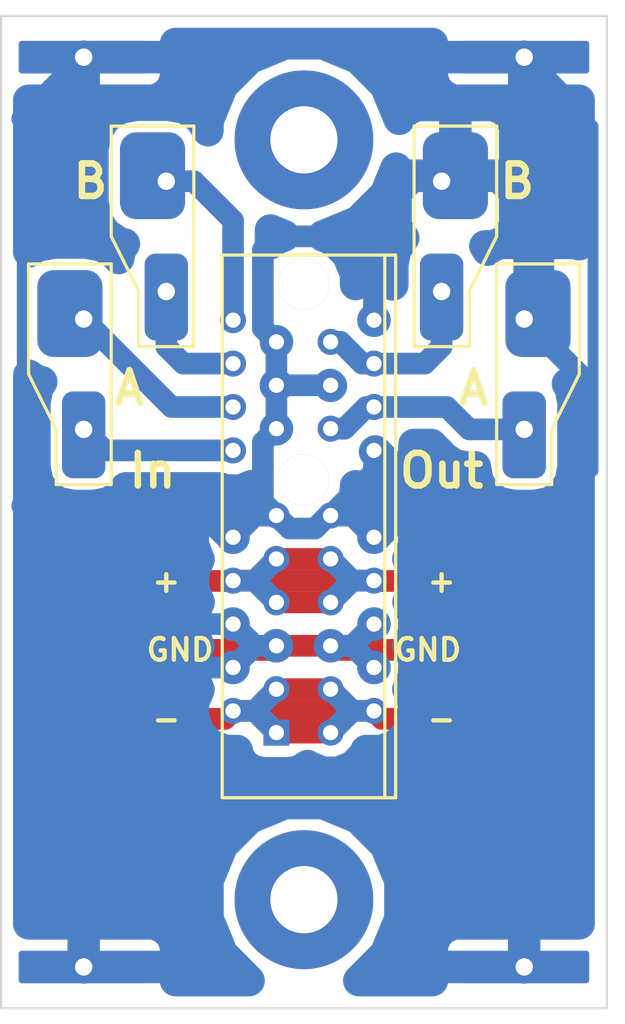
<source format=kicad_pcb>
(kicad_pcb (version 20171130) (host pcbnew 5.0.2-bee76a0~70~ubuntu16.04.1)

  (general
    (thickness 1.6)
    (drawings 16)
    (tracks 152)
    (zones 0)
    (modules 17)
    (nets 10)
  )

  (page A4)
  (layers
    (0 F.Cu signal)
    (31 B.Cu signal)
    (32 B.Adhes user)
    (33 F.Adhes user)
    (34 B.Paste user)
    (35 F.Paste user)
    (36 B.SilkS user)
    (37 F.SilkS user)
    (38 B.Mask user)
    (39 F.Mask user)
    (40 Dwgs.User user)
    (41 Cmts.User user)
    (42 Eco1.User user)
    (43 Eco2.User user)
    (44 Edge.Cuts user)
    (45 Margin user)
    (46 B.CrtYd user)
    (47 F.CrtYd user)
    (48 B.Fab user)
    (49 F.Fab user)
  )

  (setup
    (last_trace_width 1)
    (trace_clearance 0.2)
    (zone_clearance 0.5)
    (zone_45_only no)
    (trace_min 0.2)
    (segment_width 0.2)
    (edge_width 0.1)
    (via_size 0.8)
    (via_drill 0.4)
    (via_min_size 0.4)
    (via_min_drill 0.3)
    (uvia_size 0.3)
    (uvia_drill 0.1)
    (uvias_allowed no)
    (uvia_min_size 0.2)
    (uvia_min_drill 0.1)
    (pcb_text_width 0.3)
    (pcb_text_size 1.5 1.5)
    (mod_edge_width 0.15)
    (mod_text_size 1 1)
    (mod_text_width 0.15)
    (pad_size 6.4 6.4)
    (pad_drill 3.1)
    (pad_to_mask_clearance 0)
    (solder_mask_min_width 0.25)
    (aux_axis_origin 0 0)
    (visible_elements FFFFFF7F)
    (pcbplotparams
      (layerselection 0x010fc_ffffffff)
      (usegerberextensions false)
      (usegerberattributes false)
      (usegerberadvancedattributes false)
      (creategerberjobfile false)
      (excludeedgelayer true)
      (linewidth 0.100000)
      (plotframeref false)
      (viasonmask false)
      (mode 1)
      (useauxorigin false)
      (hpglpennumber 1)
      (hpglpenspeed 20)
      (hpglpendiameter 15.000000)
      (psnegative false)
      (psa4output false)
      (plotreference true)
      (plotvalue true)
      (plotinvisibletext false)
      (padsonsilk false)
      (subtractmaskfromsilk false)
      (outputformat 1)
      (mirror false)
      (drillshape 1)
      (scaleselection 1)
      (outputdirectory ""))
  )

  (net 0 "")
  (net 1 GNDA)
  (net 2 inA-)
  (net 3 inA+)
  (net 4 inB+)
  (net 5 inB-)
  (net 6 outB)
  (net 7 outA)
  (net 8 +15V)
  (net 9 -15V)

  (net_class Default "This is the default net class."
    (clearance 0.2)
    (trace_width 1)
    (via_dia 0.8)
    (via_drill 0.4)
    (uvia_dia 0.3)
    (uvia_drill 0.1)
    (add_net +15V)
    (add_net -15V)
    (add_net GNDA)
    (add_net inA+)
    (add_net inA-)
    (add_net inB+)
    (add_net inB-)
    (add_net outA)
    (add_net outB)
  )

  (module footprints:PCIexpress_1x_connector (layer F.Cu) (tedit 5CD00FC7) (tstamp 5CB1E174)
    (at 38.1 45.72 90)
    (path /5CB5100B)
    (fp_text reference J1 (at -2 2.54 90) (layer F.SilkS) hide
      (effects (font (size 1 1) (thickness 0.15)))
    )
    (fp_text value Conn_02x18_Row_Letter_Last (at 5.08 -3.81 90) (layer F.Fab)
      (effects (font (size 1 1) (thickness 0.15)))
    )
    (fp_line (start -3 5.5) (end -3 5) (layer F.SilkS) (width 0.15))
    (fp_line (start 22 5.5) (end -3 5.5) (layer F.SilkS) (width 0.15))
    (fp_line (start 22 5) (end 22 5.5) (layer F.SilkS) (width 0.15))
    (fp_line (start -3 5) (end -3 -2.5) (layer F.SilkS) (width 0.15))
    (fp_line (start 22 5) (end -3 5) (layer F.SilkS) (width 0.15))
    (fp_line (start 22 -2.5) (end 22 5) (layer F.SilkS) (width 0.15))
    (fp_line (start -3 -2.5) (end 22 -2.5) (layer F.SilkS) (width 0.15))
    (pad "" thru_hole circle (at 20.65 1.25 90) (size 2.35 2.35) (drill 2.35) (layers *.Cu *.Mask))
    (pad "" thru_hole circle (at 11.65 1.25 90) (size 2.35 2.35) (drill 2.35) (layers *.Cu *.Mask))
    (pad 18b thru_hole circle (at 19 4.5 90) (size 1.2 1.2) (drill 0.7) (layers *.Cu *.Mask)
      (net 1 GNDA))
    (pad 17b thru_hole circle (at 18 2.5 90) (size 1.2 1.2) (drill 0.7) (layers *.Cu *.Mask)
      (net 6 outB))
    (pad 16b thru_hole circle (at 17 4.5 90) (size 1.2 1.2) (drill 0.7) (layers *.Cu *.Mask)
      (net 6 outB))
    (pad 15b thru_hole circle (at 16 2.5 90) (size 1.2 1.2) (drill 0.7) (layers *.Cu *.Mask)
      (net 1 GNDA))
    (pad 14b thru_hole circle (at 15 4.5 90) (size 1.2 1.2) (drill 0.7) (layers *.Cu *.Mask)
      (net 7 outA))
    (pad 13b thru_hole circle (at 14 2.5 90) (size 1.2 1.2) (drill 0.7) (layers *.Cu *.Mask)
      (net 7 outA))
    (pad 12b thru_hole circle (at 13 4.5 90) (size 1.2 1.2) (drill 0.7) (layers *.Cu *.Mask)
      (net 1 GNDA))
    (pad 11b thru_hole circle (at 10 2.5 90) (size 1.2 1.2) (drill 0.7) (layers *.Cu *.Mask)
      (net 1 GNDA))
    (pad 10b thru_hole circle (at 9 4.5 90) (size 1.2 1.2) (drill 0.7) (layers *.Cu *.Mask)
      (net 1 GNDA))
    (pad 9b thru_hole circle (at 8 2.5 90) (size 1.2 1.2) (drill 0.7) (layers *.Cu *.Mask)
      (net 8 +15V))
    (pad 8b thru_hole circle (at 7 4.5 90) (size 1.2 1.2) (drill 0.7) (layers *.Cu *.Mask)
      (net 8 +15V))
    (pad 7b thru_hole circle (at 6 2.5 90) (size 1.2 1.2) (drill 0.7) (layers *.Cu *.Mask)
      (net 8 +15V))
    (pad 6b thru_hole circle (at 5 4.5 90) (size 1.2 1.2) (drill 0.7) (layers *.Cu *.Mask)
      (net 1 GNDA))
    (pad 5b thru_hole circle (at 4 2.5 90) (size 1.2 1.2) (drill 0.7) (layers *.Cu *.Mask)
      (net 1 GNDA))
    (pad 4b thru_hole circle (at 3 4.5 90) (size 1.2 1.2) (drill 0.7) (layers *.Cu *.Mask)
      (net 1 GNDA))
    (pad 3b thru_hole circle (at 2 2.5 90) (size 1.2 1.2) (drill 0.7) (layers *.Cu *.Mask)
      (net 9 -15V))
    (pad 2b thru_hole circle (at 1 4.5 90) (size 1.2 1.2) (drill 0.7) (layers *.Cu *.Mask)
      (net 9 -15V))
    (pad 1b thru_hole circle (at 0 2.5 90) (size 1.2 1.2) (drill 0.7) (layers *.Cu *.Mask)
      (net 9 -15V))
    (pad 18a thru_hole circle (at 19 -2 90) (size 1.2 1.2) (drill 0.7) (layers *.Cu *.Mask)
      (net 4 inB+))
    (pad 17a thru_hole circle (at 18 0 90) (size 1.2 1.2) (drill 0.7) (layers *.Cu *.Mask)
      (net 1 GNDA))
    (pad 16a thru_hole circle (at 17 -2 90) (size 1.2 1.2) (drill 0.7) (layers *.Cu *.Mask)
      (net 5 inB-))
    (pad 15a thru_hole circle (at 16 0 90) (size 1.2 1.2) (drill 0.7) (layers *.Cu *.Mask)
      (net 1 GNDA))
    (pad 14a thru_hole circle (at 15 -2 90) (size 1.2 1.2) (drill 0.7) (layers *.Cu *.Mask)
      (net 3 inA+))
    (pad 13a thru_hole circle (at 14 0 90) (size 1.2 1.2) (drill 0.7) (layers *.Cu *.Mask)
      (net 1 GNDA))
    (pad 12a thru_hole circle (at 13 -2 90) (size 1.2 1.2) (drill 0.7) (layers *.Cu *.Mask)
      (net 2 inA-))
    (pad 11a thru_hole circle (at 10 0 90) (size 1.2 1.2) (drill 0.7) (layers *.Cu *.Mask)
      (net 1 GNDA))
    (pad 10a thru_hole circle (at 9 -2 90) (size 1.2 1.2) (drill 0.7) (layers *.Cu *.Mask)
      (net 1 GNDA))
    (pad 9a thru_hole circle (at 8 0 90) (size 1.2 1.2) (drill 0.7) (layers *.Cu *.Mask)
      (net 8 +15V))
    (pad 8a thru_hole circle (at 7 -2 90) (size 1.2 1.2) (drill 0.7) (layers *.Cu *.Mask)
      (net 8 +15V))
    (pad 7a thru_hole circle (at 6 0 90) (size 1.2 1.2) (drill 0.7) (layers *.Cu *.Mask)
      (net 8 +15V))
    (pad 6a thru_hole circle (at 5 -2 90) (size 1.2 1.2) (drill 0.7) (layers *.Cu *.Mask)
      (net 1 GNDA))
    (pad 5a thru_hole circle (at 4 0 90) (size 1.2 1.2) (drill 0.7) (layers *.Cu *.Mask)
      (net 1 GNDA))
    (pad 4a thru_hole circle (at 3 -2 90) (size 1.2 1.2) (drill 0.7) (layers *.Cu *.Mask)
      (net 1 GNDA))
    (pad 3a thru_hole circle (at 2 0 90) (size 1.2 1.2) (drill 0.7) (layers *.Cu *.Mask)
      (net 9 -15V))
    (pad 2a thru_hole circle (at 1 -2 90) (size 1.2 1.2) (drill 0.7) (layers *.Cu *.Mask)
      (net 9 -15V))
    (pad 1a thru_hole rect (at 0 0 90) (size 1.2 1.2) (drill 0.7) (layers *.Cu *.Mask)
      (net 9 -15V))
  )

  (module footprints:coax_solder_pad (layer F.Cu) (tedit 5CB36FFB) (tstamp 5CB1E198)
    (at 49.53 26.67 270)
    (path /5CB301F1)
    (fp_text reference outA1 (at 5.715 -2.54 270) (layer F.SilkS) hide
      (effects (font (size 1 1) (thickness 0.15)))
    )
    (fp_text value Conn_01x02 (at 3.81 -3.81 270) (layer F.Fab)
      (effects (font (size 1 1) (thickness 0.15)))
    )
    (fp_line (start -2.54 1.27) (end -2.54 -2.54) (layer F.SilkS) (width 0.15))
    (fp_line (start 7.62 1.27) (end -2.54 1.27) (layer F.SilkS) (width 0.15))
    (fp_line (start 7.62 -1.27) (end 7.62 1.27) (layer F.SilkS) (width 0.15))
    (fp_line (start 5.08 -1.27) (end 7.62 -1.27) (layer F.SilkS) (width 0.15))
    (fp_line (start 2.54 -2.54) (end 5.08 -1.27) (layer F.SilkS) (width 0.15))
    (fp_line (start -2.54 -2.54) (end 2.54 -2.54) (layer F.SilkS) (width 0.15))
    (pad 2 thru_hole roundrect (at 5.08 0 270) (size 4 2) (drill 0.8 (offset 0.254 0)) (layers *.Cu *.Mask) (roundrect_rratio 0.25)
      (net 7 outA))
    (pad 1 thru_hole roundrect (at 0 0 270) (size 4 3) (drill 0.8 (offset -0.254 -0.635)) (layers *.Cu *.Mask) (roundrect_rratio 0.25)
      (net 1 GNDA))
  )

  (module footprints:coax_solder_pad (layer F.Cu) (tedit 5CB36FFF) (tstamp 5CB1E1B0)
    (at 45.72 20.32 270)
    (path /5CB3167B)
    (fp_text reference outB1 (at 1.27 1.905 270) (layer F.SilkS) hide
      (effects (font (size 1 1) (thickness 0.15)))
    )
    (fp_text value Conn_01x02 (at 3.81 -3.81 270) (layer F.Fab)
      (effects (font (size 1 1) (thickness 0.15)))
    )
    (fp_line (start -2.54 -2.54) (end 2.54 -2.54) (layer F.SilkS) (width 0.15))
    (fp_line (start 2.54 -2.54) (end 5.08 -1.27) (layer F.SilkS) (width 0.15))
    (fp_line (start 5.08 -1.27) (end 7.62 -1.27) (layer F.SilkS) (width 0.15))
    (fp_line (start 7.62 -1.27) (end 7.62 1.27) (layer F.SilkS) (width 0.15))
    (fp_line (start 7.62 1.27) (end -2.54 1.27) (layer F.SilkS) (width 0.15))
    (fp_line (start -2.54 1.27) (end -2.54 -2.54) (layer F.SilkS) (width 0.15))
    (pad 1 thru_hole roundrect (at 0 0 270) (size 4 3) (drill 0.8 (offset -0.254 -0.635)) (layers *.Cu *.Mask) (roundrect_rratio 0.25)
      (net 1 GNDA))
    (pad 2 thru_hole roundrect (at 5.08 0 270) (size 4 2) (drill 0.8 (offset 0.254 0)) (layers *.Cu *.Mask) (roundrect_rratio 0.25)
      (net 6 outB))
  )

  (module MountingHole:MountingHole_3.2mm_M3_Pad (layer F.Cu) (tedit 5CE3BF4A) (tstamp 5CBFFFEE)
    (at 39.37 18.415)
    (descr "Mounting Hole 3.2mm, M3")
    (tags "mounting hole 3.2mm m3")
    (attr virtual)
    (fp_text reference REF** (at 0 -4.2) (layer F.SilkS) hide
      (effects (font (size 1 1) (thickness 0.15)))
    )
    (fp_text value MountingHole_3.2mm_M3_Pad (at 0 4.2) (layer F.Fab)
      (effects (font (size 1 1) (thickness 0.15)))
    )
    (fp_circle (center 0 0) (end 3.45 0) (layer F.CrtYd) (width 0.05))
    (fp_circle (center 0 0) (end 3.2 0) (layer Cmts.User) (width 0.15))
    (fp_text user %R (at 0.3 0) (layer F.Fab)
      (effects (font (size 1 1) (thickness 0.15)))
    )
    (pad 1 thru_hole circle (at 0 0) (size 6.4 6.4) (drill 3.1) (layers *.Cu *.Mask))
  )

  (module MountingHole:MountingHole_3.2mm_M3_Pad (layer F.Cu) (tedit 5CE3BF4F) (tstamp 5CBFFFFE)
    (at 39.37 53.34)
    (descr "Mounting Hole 3.2mm, M3")
    (tags "mounting hole 3.2mm m3")
    (attr virtual)
    (fp_text reference REF** (at 0 -4.2) (layer F.SilkS) hide
      (effects (font (size 1 1) (thickness 0.15)))
    )
    (fp_text value MountingHole_3.2mm_M3_Pad (at 0 4.2) (layer F.Fab)
      (effects (font (size 1 1) (thickness 0.15)))
    )
    (fp_circle (center 0 0) (end 3.45 0) (layer F.CrtYd) (width 0.05))
    (fp_circle (center 0 0) (end 3.2 0) (layer Cmts.User) (width 0.15))
    (fp_text user %R (at 0.3 0) (layer F.Fab)
      (effects (font (size 1 1) (thickness 0.15)))
    )
    (pad 1 thru_hole circle (at 0 0.075) (size 6.4 6.4) (drill 3.1) (layers *.Cu *.Mask))
  )

  (module footprints:coax_solder_pad_flipped (layer F.Cu) (tedit 5CD00F94) (tstamp 5CD0104B)
    (at 29.21 26.67 270)
    (path /5CB2B45C)
    (fp_text reference inA1 (at 3.57 -1.785 270) (layer F.SilkS) hide
      (effects (font (size 1 1) (thickness 0.15)))
    )
    (fp_text value Conn_01x02 (at 3.57 -3.57 270) (layer F.Fab)
      (effects (font (size 1 1) (thickness 0.15)))
    )
    (fp_line (start -2.54 -1.27) (end -2.54 2.54) (layer F.SilkS) (width 0.15))
    (fp_line (start 7.62 -1.27) (end -2.54 -1.27) (layer F.SilkS) (width 0.15))
    (fp_line (start 7.62 1.27) (end 7.62 -1.27) (layer F.SilkS) (width 0.15))
    (fp_line (start 5.08 1.27) (end 7.62 1.27) (layer F.SilkS) (width 0.15))
    (fp_line (start 2.54 2.54) (end 5.08 1.27) (layer F.SilkS) (width 0.15))
    (fp_line (start -2.54 2.54) (end 2.54 2.54) (layer F.SilkS) (width 0.15))
    (pad 2 thru_hole roundrect (at 5.08 0 90) (size 4 2) (drill 0.8 (offset -0.254 0)) (layers *.Cu *.Mask) (roundrect_rratio 0.25)
      (net 2 inA-))
    (pad 1 thru_hole roundrect (at 0 0 90) (size 4 3) (drill 0.8 (offset 0.254 -0.635)) (layers *.Cu *.Mask) (roundrect_rratio 0.25)
      (net 3 inA+))
  )

  (module footprints:coax_solder_pad_flipped (layer F.Cu) (tedit 5CD00FB3) (tstamp 5CD00EB3)
    (at 33.02 20.32 270)
    (path /5CB2D8FB)
    (fp_text reference inB1 (at 3.57 -1.785 270) (layer F.SilkS) hide
      (effects (font (size 1 1) (thickness 0.15)))
    )
    (fp_text value Conn_01x02 (at 3.57 -3.57 270) (layer F.Fab)
      (effects (font (size 1 1) (thickness 0.15)))
    )
    (fp_line (start -2.54 2.54) (end 2.54 2.54) (layer F.SilkS) (width 0.15))
    (fp_line (start 2.54 2.54) (end 5.08 1.27) (layer F.SilkS) (width 0.15))
    (fp_line (start 5.08 1.27) (end 7.62 1.27) (layer F.SilkS) (width 0.15))
    (fp_line (start 7.62 1.27) (end 7.62 -1.27) (layer F.SilkS) (width 0.15))
    (fp_line (start 7.62 -1.27) (end -2.54 -1.27) (layer F.SilkS) (width 0.15))
    (fp_line (start -2.54 -1.27) (end -2.54 2.54) (layer F.SilkS) (width 0.15))
    (pad 1 thru_hole roundrect (at 0 0 90) (size 4 3) (drill 0.8 (offset 0.254 -0.635)) (layers *.Cu *.Mask) (roundrect_rratio 0.25)
      (net 4 inB+))
    (pad 2 thru_hole roundrect (at 5.08 0 90) (size 4 2) (drill 0.8 (offset -0.254 0)) (layers *.Cu *.Mask) (roundrect_rratio 0.25)
      (net 5 inB-))
  )

  (module footprints:edge_solderstrip_1mm5x6mm (layer F.Cu) (tedit 5CD017A5) (tstamp 5CD01BF3)
    (at 49.53 45.085)
    (path /5CD03267)
    (fp_text reference J2 (at 11.43 0) (layer F.SilkS) hide
      (effects (font (size 1 1) (thickness 0.15)))
    )
    (fp_text value -15V (at 0 -1.785) (layer F.Fab)
      (effects (font (size 1 1) (thickness 0.15)))
    )
    (pad 1 smd roundrect (at 0 0) (size 6 1.5) (layers F.Cu F.Paste F.Mask) (roundrect_rratio 0.1)
      (net 9 -15V))
  )

  (module footprints:edge_solderstrip_1mm5x6mm (layer F.Cu) (tedit 5CD01851) (tstamp 5CD01B16)
    (at 29.21 41.91 180)
    (path /5CD03404)
    (fp_text reference J3 (at 5.355 0 180) (layer F.SilkS) hide
      (effects (font (size 1 1) (thickness 0.15)))
    )
    (fp_text value GND (at 0 -1.785 180) (layer F.Fab)
      (effects (font (size 1 1) (thickness 0.15)))
    )
    (pad 1 smd roundrect (at 0 0 180) (size 6 1.5) (layers F.Cu F.Paste F.Mask) (roundrect_rratio 0.1)
      (net 1 GNDA))
  )

  (module footprints:edge_solderstrip_1mm5x6mm (layer F.Cu) (tedit 5CD0184D) (tstamp 5CD01B1B)
    (at 29.21 38.735 180)
    (path /5CD03422)
    (fp_text reference J4 (at 5.355 0 180) (layer F.SilkS) hide
      (effects (font (size 1 1) (thickness 0.15)))
    )
    (fp_text value +15V (at 0 -1.785 180) (layer F.Fab)
      (effects (font (size 1 1) (thickness 0.15)))
    )
    (pad 1 smd roundrect (at 0 0 180) (size 6 1.5) (layers F.Cu F.Paste F.Mask) (roundrect_rratio 0.1)
      (net 8 +15V))
  )

  (module footprints:edge_solderstrip_1mm5x6mm (layer F.Cu) (tedit 5CD01854) (tstamp 5CD01B20)
    (at 29.21 45.085 180)
    (path /5CD08F50)
    (fp_text reference J5 (at 5.355 0 180) (layer F.SilkS) hide
      (effects (font (size 1 1) (thickness 0.15)))
    )
    (fp_text value -15V (at 0 -1.785 180) (layer F.Fab)
      (effects (font (size 1 1) (thickness 0.15)))
    )
    (pad 1 smd roundrect (at 0 0 180) (size 6 1.5) (layers F.Cu F.Paste F.Mask) (roundrect_rratio 0.1)
      (net 9 -15V))
  )

  (module footprints:edge_solderstrip_1mm5x6mm (layer F.Cu) (tedit 5CD01848) (tstamp 5CD01BBA)
    (at 49.53 41.91)
    (path /5CD08F56)
    (fp_text reference J6 (at 5.355 0) (layer F.SilkS) hide
      (effects (font (size 1 1) (thickness 0.15)))
    )
    (fp_text value GND (at 0 -1.785) (layer F.Fab)
      (effects (font (size 1 1) (thickness 0.15)))
    )
    (pad 1 smd roundrect (at 0 0) (size 6 1.5) (layers F.Cu F.Paste F.Mask) (roundrect_rratio 0.1)
      (net 1 GNDA))
  )

  (module footprints:edge_solderstrip_1mm5x6mm (layer F.Cu) (tedit 5CD0184B) (tstamp 5CD01B2A)
    (at 49.53 38.735)
    (path /5CD08F5C)
    (fp_text reference J7 (at 5.355 0) (layer F.SilkS) hide
      (effects (font (size 1 1) (thickness 0.15)))
    )
    (fp_text value +15V (at 0 -1.785) (layer F.Fab)
      (effects (font (size 1 1) (thickness 0.15)))
    )
    (pad 1 smd roundrect (at 0 0) (size 6 1.5) (layers F.Cu F.Paste F.Mask) (roundrect_rratio 0.1)
      (net 8 +15V))
  )

  (module footprints:edge_solderstrip_th (layer F.Cu) (tedit 5CE3BEE1) (tstamp 5CD01FF0)
    (at 49.53 14.605)
    (path /5CD13694)
    (fp_text reference J8 (at 5.355 0) (layer F.SilkS) hide
      (effects (font (size 1 1) (thickness 0.15)))
    )
    (fp_text value GND (at 0 -1.785) (layer F.Fab)
      (effects (font (size 1 1) (thickness 0.15)))
    )
    (pad 1 thru_hole roundrect (at 0 0) (size 6 1.5) (drill 0.8) (layers *.Cu *.Mask) (roundrect_rratio 0.1)
      (net 1 GNDA))
  )

  (module footprints:edge_solderstrip_th (layer F.Cu) (tedit 5CE3BEDE) (tstamp 5CE3C4F9)
    (at 29.21 14.605 180)
    (path /5CD1356B)
    (fp_text reference J9 (at 5.355 0 180) (layer F.SilkS) hide
      (effects (font (size 1 1) (thickness 0.15)))
    )
    (fp_text value GND (at 0 -1.785 180) (layer F.Fab)
      (effects (font (size 1 1) (thickness 0.15)))
    )
    (pad 1 thru_hole roundrect (at 0 0 180) (size 6 1.5) (drill 0.8) (layers *.Cu *.Mask) (roundrect_rratio 0.1)
      (net 1 GNDA))
  )

  (module footprints:edge_solderstrip_th (layer F.Cu) (tedit 5CE3BEE5) (tstamp 5CD01FF8)
    (at 49.53 56.515)
    (path /5CD1363E)
    (fp_text reference J10 (at 5.355 0) (layer F.SilkS) hide
      (effects (font (size 1 1) (thickness 0.15)))
    )
    (fp_text value GND (at 0 -1.785) (layer F.Fab)
      (effects (font (size 1 1) (thickness 0.15)))
    )
    (pad 1 thru_hole roundrect (at 0 0) (size 6 1.5) (drill 0.8) (layers *.Cu *.Mask) (roundrect_rratio 0.1)
      (net 1 GNDA))
  )

  (module footprints:edge_solderstrip_th (layer F.Cu) (tedit 5CE3BEE9) (tstamp 5CD01FFC)
    (at 29.21 56.515 180)
    (path /5CD13668)
    (fp_text reference J11 (at 5.355 0 180) (layer F.SilkS) hide
      (effects (font (size 1 1) (thickness 0.15)))
    )
    (fp_text value GND (at 0 -1.785 180) (layer F.Fab)
      (effects (font (size 1 1) (thickness 0.15)))
    )
    (pad 1 thru_hole roundrect (at 0 0 180) (size 6 1.5) (drill 0.8) (layers *.Cu *.Mask) (roundrect_rratio 0.1)
      (net 1 GNDA))
  )

  (gr_text - (at 33.02 45.085) (layer F.SilkS) (tstamp 5CD01D97)
    (effects (font (size 1 1) (thickness 0.2)))
  )
  (gr_text + (at 33.02 38.735) (layer F.SilkS) (tstamp 5CD01D96)
    (effects (font (size 1 1) (thickness 0.2)))
  )
  (gr_text GND (at 33.655 41.91) (layer F.SilkS) (tstamp 5CD01D92)
    (effects (font (size 1 1) (thickness 0.2)))
  )
  (gr_text - (at 45.72 45.085) (layer F.SilkS)
    (effects (font (size 1 1) (thickness 0.2)))
  )
  (gr_text GND (at 45.085 41.91) (layer F.SilkS)
    (effects (font (size 1 1) (thickness 0.2)))
  )
  (gr_text + (at 45.72 38.735) (layer F.SilkS)
    (effects (font (size 1 1) (thickness 0.2)))
  )
  (gr_text B (at 28.575 20.32) (layer F.SilkS) (tstamp 5CD01003)
    (effects (font (size 1.5 1.5) (thickness 0.3)) (justify left))
  )
  (gr_text A (at 46.355 29.845) (layer F.SilkS) (tstamp 5CD01003)
    (effects (font (size 1.5 1.5) (thickness 0.3)) (justify left))
  )
  (gr_line (start 25.4 58.42) (end 25.4 12.7) (layer Edge.Cuts) (width 0.1))
  (gr_line (start 53.34 58.42) (end 25.4 58.42) (layer Edge.Cuts) (width 0.1))
  (gr_line (start 53.34 12.7) (end 53.34 58.42) (layer Edge.Cuts) (width 0.1))
  (gr_line (start 25.4 12.7) (end 53.34 12.7) (layer Edge.Cuts) (width 0.1))
  (gr_text A (at 30.48 29.845) (layer F.SilkS)
    (effects (font (size 1.5 1.5) (thickness 0.3)) (justify left))
  )
  (gr_text B (at 48.26 20.32) (layer F.SilkS)
    (effects (font (size 1.5 1.5) (thickness 0.3)) (justify left))
  )
  (gr_text In (at 32.385 33.655) (layer F.SilkS)
    (effects (font (size 1.5 1.5) (thickness 0.3)))
  )
  (gr_text Out (at 45.72 33.655) (layer F.SilkS)
    (effects (font (size 1.5 1.5) (thickness 0.3)))
  )

  (segment (start 40.6 29.72) (end 38.1 29.72) (width 1) (layer B.Cu) (net 1))
  (segment (start 38.1 29.72) (end 38.1 27.72) (width 1) (layer B.Cu) (net 1))
  (segment (start 38.1 31.72) (end 38.1 29.72) (width 1) (layer B.Cu) (net 1))
  (segment (start 42.6 33.72) (end 42.6 32.72) (width 1) (layer B.Cu) (net 1))
  (segment (start 40.6 35.72) (end 42.6 33.72) (width 1) (layer B.Cu) (net 1))
  (segment (start 41.6 35.72) (end 42.6 36.72) (width 1) (layer B.Cu) (net 1))
  (segment (start 40.6 35.72) (end 41.6 35.72) (width 1) (layer B.Cu) (net 1))
  (segment (start 37.1 35.72) (end 36.1 36.72) (width 1) (layer B.Cu) (net 1))
  (segment (start 38.1 35.72) (end 37.1 35.72) (width 1) (layer B.Cu) (net 1))
  (segment (start 39.875003 36.319999) (end 38.699999 36.319999) (width 1) (layer B.Cu) (net 1))
  (segment (start 40.475002 35.72) (end 39.875003 36.319999) (width 1) (layer B.Cu) (net 1))
  (segment (start 38.699999 36.319999) (end 38.1 35.72) (width 1) (layer B.Cu) (net 1))
  (segment (start 40.6 35.72) (end 40.475002 35.72) (width 1) (layer B.Cu) (net 1))
  (segment (start 41.6 41.72) (end 42.6 40.72) (width 1) (layer B.Cu) (net 1))
  (segment (start 40.6 41.72) (end 41.6 41.72) (width 1) (layer B.Cu) (net 1))
  (segment (start 42.6 42.72) (end 41.6 41.72) (width 1) (layer B.Cu) (net 1))
  (segment (start 37.1 41.72) (end 36.1 40.72) (width 1) (layer B.Cu) (net 1))
  (segment (start 38.1 41.72) (end 37.1 41.72) (width 1) (layer B.Cu) (net 1))
  (segment (start 36.1 42.72) (end 37.1 41.72) (width 1) (layer B.Cu) (net 1))
  (segment (start 37.474999 32.345001) (end 37.500001 32.319999) (width 1) (layer B.Cu) (net 1))
  (segment (start 37.500001 32.319999) (end 38.1 31.72) (width 1) (layer B.Cu) (net 1))
  (segment (start 37.474999 35.094999) (end 37.474999 32.345001) (width 1) (layer B.Cu) (net 1))
  (segment (start 38.1 35.72) (end 37.474999 35.094999) (width 1) (layer B.Cu) (net 1))
  (segment (start 37.474999 23.485001) (end 38.1 22.86) (width 1) (layer B.Cu) (net 1))
  (segment (start 42.6 26.72) (end 42.6 22.86) (width 1) (layer B.Cu) (net 1))
  (segment (start 37.474999 27.094999) (end 37.474999 23.485001) (width 1) (layer B.Cu) (net 1))
  (segment (start 38.1 27.72) (end 37.474999 27.094999) (width 1) (layer B.Cu) (net 1))
  (segment (start 42.6 22.17) (end 42.6 22.86) (width 1) (layer B.Cu) (net 1))
  (segment (start 44.45 20.32) (end 42.6 22.17) (width 1) (layer B.Cu) (net 1))
  (segment (start 45.72 20.32) (end 44.45 20.32) (width 1) (layer B.Cu) (net 1))
  (segment (start 39.37 22.86) (end 42.6 22.86) (width 1) (layer B.Cu) (net 1))
  (segment (start 38.1 22.86) (end 39.37 22.86) (width 1) (layer B.Cu) (net 1))
  (segment (start 49.53 26.67) (end 49.53 21.59) (width 1) (layer B.Cu) (net 1))
  (segment (start 49.53 21.59) (end 48.26 20.32) (width 1) (layer B.Cu) (net 1))
  (segment (start 48.26 20.32) (end 45.72 20.32) (width 1) (layer B.Cu) (net 1))
  (segment (start 42.6 36.72) (end 43.199999 36.120001) (width 1) (layer B.Cu) (net 1))
  (segment (start 43.199999 36.120001) (end 43.224001 36.144003) (width 1) (layer B.Cu) (net 1))
  (segment (start 42.799998 35.72) (end 43.224001 36.144003) (width 1) (layer B.Cu) (net 1))
  (segment (start 40.6 35.72) (end 42.799998 35.72) (width 1) (layer B.Cu) (net 1))
  (segment (start 35.900002 35.72) (end 35.500001 36.120001) (width 1) (layer B.Cu) (net 1))
  (segment (start 38.1 35.72) (end 35.900002 35.72) (width 1) (layer B.Cu) (net 1))
  (segment (start 42.6 40.72) (end 42.6 42.72) (width 1) (layer F.Cu) (net 1))
  (segment (start 36.1 40.72) (end 36.1 42.72) (width 1) (layer F.Cu) (net 1))
  (segment (start 37.1 41.72) (end 36.1 40.72) (width 1) (layer F.Cu) (net 1))
  (segment (start 37.1 41.72) (end 36.1 42.72) (width 1) (layer F.Cu) (net 1))
  (segment (start 38.1 41.72) (end 37.1 41.72) (width 1) (layer F.Cu) (net 1))
  (segment (start 41.6 41.72) (end 42.6 40.72) (width 1) (layer F.Cu) (net 1))
  (segment (start 41.6 41.72) (end 42.6 42.72) (width 1) (layer F.Cu) (net 1))
  (segment (start 40.6 41.72) (end 41.6 41.72) (width 1) (layer F.Cu) (net 1))
  (segment (start 40.6 41.72) (end 38.1 41.72) (width 1) (layer F.Cu) (net 1))
  (segment (start 36.1 40.72) (end 33.735 40.72) (width 1) (layer B.Cu) (net 1))
  (segment (start 33.735 40.72) (end 33.02 40.005) (width 1) (layer B.Cu) (net 1))
  (segment (start 33.02 40.005) (end 33.02 37.465) (width 1) (layer B.Cu) (net 1))
  (segment (start 35.500001 36.120001) (end 34.364999 36.120001) (width 1) (layer B.Cu) (net 1))
  (segment (start 36.1 36.72) (end 35.500001 36.120001) (width 1) (layer B.Cu) (net 1))
  (segment (start 36.1 42.72) (end 33.48 42.72) (width 1) (layer B.Cu) (net 1))
  (segment (start 33.48 42.72) (end 33.48 47.525) (width 1) (layer B.Cu) (net 1))
  (segment (start 40.79 41.91) (end 40.6 41.72) (width 1) (layer F.Cu) (net 1))
  (segment (start 50.165 41.91) (end 40.79 41.91) (width 1) (layer F.Cu) (net 1))
  (segment (start 37.91 41.91) (end 38.1 41.72) (width 1) (layer F.Cu) (net 1))
  (segment (start 28.575 41.91) (end 37.91 41.91) (width 1) (layer F.Cu) (net 1))
  (segment (start 43.18 14.605) (end 49.53 14.605) (width 1) (layer B.Cu) (net 1))
  (segment (start 29.21 14.605) (end 36.195 14.605) (width 1) (layer B.Cu) (net 1))
  (segment (start 42.545 13.97) (end 43.18 14.605) (width 1) (layer B.Cu) (net 1))
  (segment (start 36.195 14.605) (end 36.83 13.97) (width 1) (layer B.Cu) (net 1))
  (segment (start 36.83 13.97) (end 42.545 13.97) (width 1) (layer B.Cu) (net 1))
  (segment (start 29.21 51.795) (end 33.48 47.525) (width 1) (layer B.Cu) (net 1))
  (segment (start 29.21 56.515) (end 29.21 51.795) (width 1) (layer B.Cu) (net 1))
  (segment (start 44.45 48.26) (end 34.215 48.26) (width 1) (layer B.Cu) (net 1))
  (segment (start 49.53 53.34) (end 44.45 48.26) (width 1) (layer B.Cu) (net 1))
  (segment (start 34.215 48.26) (end 33.48 47.525) (width 1) (layer B.Cu) (net 1))
  (segment (start 49.53 56.515) (end 49.53 53.34) (width 1) (layer B.Cu) (net 1))
  (segment (start 26.67 17.145) (end 29.21 14.605) (width 1) (layer B.Cu) (net 1))
  (segment (start 27.230001 36.120001) (end 26.37499 35.26499) (width 1) (layer B.Cu) (net 1))
  (segment (start 26.37499 17.44001) (end 26.67 17.145) (width 1) (layer B.Cu) (net 1))
  (segment (start 33.02 37.465) (end 33.02 36.120001) (width 1) (layer B.Cu) (net 1))
  (segment (start 33.02 36.120001) (end 27.230001 36.120001) (width 1) (layer B.Cu) (net 1))
  (segment (start 34.364999 36.120001) (end 33.02 36.120001) (width 1) (layer B.Cu) (net 1))
  (segment (start 52.07 34.29) (end 50.64 35.72) (width 1) (layer B.Cu) (net 1))
  (segment (start 50.64 35.72) (end 42.799998 35.72) (width 1) (layer B.Cu) (net 1))
  (segment (start 49.53 14.605) (end 52.07 17.145) (width 1) (layer B.Cu) (net 1))
  (segment (start 52.705 33.655) (end 52.07 34.29) (width 0.5) (layer B.Cu) (net 1))
  (segment (start 52.07 17.145) (end 52.705 17.78) (width 0.5) (layer B.Cu) (net 1))
  (segment (start 26.37499 35.26499) (end 26.37499 17.44001) (width 0.5) (layer B.Cu) (net 1))
  (segment (start 52.705 17.78) (end 52.705 33.655) (width 0.5) (layer B.Cu) (net 1))
  (segment (start 52.07 29.21) (end 52.07 34.29) (width 1) (layer B.Cu) (net 1))
  (segment (start 49.53 26.67) (end 52.07 29.21) (width 1) (layer B.Cu) (net 1))
  (segment (start 30.18 32.72) (end 36.1 32.72) (width 1) (layer B.Cu) (net 2))
  (segment (start 29.21 31.75) (end 30.18 32.72) (width 1) (layer B.Cu) (net 2))
  (segment (start 36.1 30.72) (end 33.26 30.72) (width 1) (layer B.Cu) (net 3))
  (segment (start 33.26 30.72) (end 29.21 26.67) (width 1) (layer B.Cu) (net 3))
  (segment (start 36.1 22.13) (end 34.29 20.32) (width 1) (layer B.Cu) (net 4))
  (segment (start 36.1 26.72) (end 36.1 22.13) (width 1) (layer B.Cu) (net 4))
  (segment (start 33.02 20.32) (end 34.29 20.32) (width 1) (layer B.Cu) (net 4))
  (segment (start 36.1 28.72) (end 33.8 28.72) (width 1) (layer B.Cu) (net 5))
  (segment (start 33.02 27.94) (end 33.02 25.4) (width 1) (layer B.Cu) (net 5))
  (segment (start 33.8 28.72) (end 33.02 27.94) (width 1) (layer B.Cu) (net 5))
  (segment (start 45.72 25.524002) (end 45.72 25.4) (width 1) (layer B.Cu) (net 6))
  (segment (start 45.72 27.94) (end 45.72 25.524002) (width 1) (layer B.Cu) (net 6))
  (segment (start 44.94 28.72) (end 45.72 27.94) (width 1) (layer B.Cu) (net 6))
  (segment (start 42.6 28.72) (end 44.94 28.72) (width 1) (layer B.Cu) (net 6))
  (segment (start 42.055 28.72) (end 42.6 28.72) (width 1) (layer B.Cu) (net 6))
  (segment (start 41.055 27.72) (end 42.055 28.72) (width 1) (layer B.Cu) (net 6))
  (segment (start 40.6 27.72) (end 41.055 27.72) (width 1) (layer B.Cu) (net 6))
  (segment (start 41.245 31.72) (end 40.6 31.72) (width 1) (layer B.Cu) (net 7))
  (segment (start 42.245 30.72) (end 41.245 31.72) (width 1) (layer B.Cu) (net 7))
  (segment (start 42.6 30.72) (end 42.245 30.72) (width 1) (layer B.Cu) (net 7))
  (segment (start 49.53 31.75) (end 46.99 31.75) (width 1) (layer B.Cu) (net 7))
  (segment (start 45.96 30.72) (end 42.6 30.72) (width 1) (layer B.Cu) (net 7))
  (segment (start 46.99 31.75) (end 45.96 30.72) (width 1) (layer B.Cu) (net 7))
  (segment (start 41.6 38.72) (end 40.6 39.72) (width 1) (layer B.Cu) (net 8))
  (segment (start 42.6 38.72) (end 41.6 38.72) (width 1) (layer B.Cu) (net 8))
  (segment (start 40.6 37.72) (end 41.6 38.72) (width 1) (layer B.Cu) (net 8))
  (segment (start 37.1 38.72) (end 38.1 39.72) (width 1) (layer B.Cu) (net 8))
  (segment (start 36.1 38.72) (end 37.1 38.72) (width 1) (layer B.Cu) (net 8))
  (segment (start 38.1 37.72) (end 37.1 38.72) (width 1) (layer B.Cu) (net 8))
  (segment (start 37.1 38.72) (end 38.1 37.72) (width 1) (layer F.Cu) (net 8))
  (segment (start 36.1 38.72) (end 37.1 38.72) (width 1) (layer F.Cu) (net 8))
  (segment (start 38.1 39.72) (end 37.1 38.72) (width 1) (layer F.Cu) (net 8))
  (segment (start 41.6 38.72) (end 40.6 37.72) (width 1) (layer F.Cu) (net 8))
  (segment (start 42.6 38.72) (end 41.6 38.72) (width 1) (layer F.Cu) (net 8))
  (segment (start 40.6 39.72) (end 41.6 38.72) (width 1) (layer F.Cu) (net 8))
  (segment (start 38.1 39.72) (end 38.1 37.72) (width 1) (layer F.Cu) (net 8))
  (segment (start 40.6 37.72) (end 40.6 39.72) (width 1) (layer F.Cu) (net 8))
  (segment (start 38.1 37.72) (end 40.6 37.72) (width 1) (layer F.Cu) (net 8))
  (segment (start 40.6 39.72) (end 38.1 39.72) (width 1) (layer F.Cu) (net 8))
  (segment (start 36.1 38.72) (end 42.6 38.72) (width 1) (layer F.Cu) (net 8))
  (segment (start 36.085 38.735) (end 36.1 38.72) (width 1) (layer F.Cu) (net 8))
  (segment (start 28.575 38.735) (end 36.085 38.735) (width 1) (layer F.Cu) (net 8))
  (segment (start 42.615 38.735) (end 42.6 38.72) (width 1) (layer F.Cu) (net 8))
  (segment (start 50.165 38.735) (end 42.615 38.735) (width 1) (layer F.Cu) (net 8))
  (segment (start 37.1 44.72) (end 38.1 43.72) (width 1) (layer B.Cu) (net 9))
  (segment (start 36.1 44.72) (end 37.1 44.72) (width 1) (layer B.Cu) (net 9))
  (segment (start 38.1 45.72) (end 37.1 44.72) (width 1) (layer B.Cu) (net 9))
  (segment (start 41.6 44.72) (end 40.6 43.72) (width 1) (layer B.Cu) (net 9))
  (segment (start 42.6 44.72) (end 41.6 44.72) (width 1) (layer B.Cu) (net 9))
  (segment (start 40.6 45.72) (end 41.6 44.72) (width 1) (layer B.Cu) (net 9))
  (segment (start 37.1 44.72) (end 38.1 43.72) (width 1) (layer F.Cu) (net 9))
  (segment (start 36.1 44.72) (end 37.1 44.72) (width 1) (layer F.Cu) (net 9))
  (segment (start 41.6 44.72) (end 40.6 43.72) (width 1) (layer F.Cu) (net 9))
  (segment (start 42.6 44.72) (end 41.6 44.72) (width 1) (layer F.Cu) (net 9))
  (segment (start 40.6 45.72) (end 41.6 44.72) (width 1) (layer F.Cu) (net 9))
  (segment (start 38.1 45.72) (end 37.1 44.72) (width 1) (layer F.Cu) (net 9))
  (segment (start 40.6 43.72) (end 40.6 45.72) (width 1) (layer F.Cu) (net 9))
  (segment (start 38.1 45.72) (end 38.1 43.72) (width 1) (layer F.Cu) (net 9))
  (segment (start 38.1 43.72) (end 40.6 43.72) (width 1) (layer F.Cu) (net 9))
  (segment (start 40.6 45.72) (end 38.1 45.72) (width 1) (layer F.Cu) (net 9))
  (segment (start 36.1 44.72) (end 42.6 44.72) (width 1) (layer F.Cu) (net 9))
  (segment (start 42.965 45.085) (end 42.6 44.72) (width 1) (layer F.Cu) (net 9))
  (segment (start 50.165 45.085) (end 42.965 45.085) (width 1) (layer F.Cu) (net 9))
  (segment (start 35.735 45.085) (end 36.1 44.72) (width 1) (layer F.Cu) (net 9))
  (segment (start 28.575 45.085) (end 35.735 45.085) (width 1) (layer F.Cu) (net 9))

  (zone (net 1) (net_name GNDA) (layer B.Cu) (tstamp 0) (hatch edge 0.508)
    (connect_pads (clearance 0.5))
    (min_thickness 1.45)
    (fill yes (arc_segments 16) (thermal_gap 0.508) (thermal_bridge_width 1.5))
    (polygon
      (pts
        (xy 25.4 12.7) (xy 53.34 12.7) (xy 53.34 58.42) (xy 25.4 58.42)
      )
    )
    (filled_polygon
      (pts
        (xy 27.060016 29.512834) (xy 27.279959 29.556583) (xy 27.094136 29.834687) (xy 26.961001 30.504) (xy 26.961001 33.504)
        (xy 27.094136 34.173313) (xy 27.473271 34.740729) (xy 28.040687 35.119864) (xy 28.71 35.252999) (xy 29.71 35.252999)
        (xy 30.379313 35.119864) (xy 30.946729 34.740729) (xy 31.144329 34.445) (xy 35.495564 34.445) (xy 35.736985 34.545)
        (xy 36.463015 34.545) (xy 36.785715 34.411333) (xy 36.770845 34.426203) (xy 36.978907 34.634265) (xy 36.57346 34.641805)
        (xy 36.460496 34.895721) (xy 35.782972 34.878174) (xy 35.102269 35.139696) (xy 35.021805 35.19346) (xy 35.014265 35.59891)
        (xy 36.1 36.684645) (xy 36.114143 36.670503) (xy 36.149498 36.705858) (xy 36.135355 36.72) (xy 36.149498 36.734143)
        (xy 36.114143 36.769498) (xy 36.1 36.755355) (xy 36.085858 36.769498) (xy 36.050503 36.734143) (xy 36.064645 36.72)
        (xy 34.97891 35.634265) (xy 34.57346 35.641805) (xy 34.277053 36.308059) (xy 34.258174 37.037028) (xy 34.519696 37.717731)
        (xy 34.532099 37.736293) (xy 34.275 38.356985) (xy 34.275 39.083015) (xy 34.538763 39.719795) (xy 34.277053 40.308059)
        (xy 34.258174 41.037028) (xy 34.519696 41.717731) (xy 34.531693 41.735687) (xy 34.277053 42.308059) (xy 34.258174 43.037028)
        (xy 34.519696 43.717731) (xy 34.532099 43.736293) (xy 34.275 44.356985) (xy 34.275 45.083015) (xy 34.55284 45.75378)
        (xy 35.06622 46.26716) (xy 35.736985 46.545) (xy 36.295756 46.545) (xy 36.346075 46.797971) (xy 36.616824 47.203176)
        (xy 37.022029 47.473925) (xy 37.5 47.568999) (xy 38.7 47.568999) (xy 39.177971 47.473925) (xy 39.534656 47.235596)
        (xy 39.56622 47.26716) (xy 40.236985 47.545) (xy 40.963015 47.545) (xy 41.63378 47.26716) (xy 42.14716 46.75378)
        (xy 42.234129 46.543817) (xy 42.236985 46.545) (xy 42.963015 46.545) (xy 43.63378 46.26716) (xy 44.14716 45.75378)
        (xy 44.425 45.083015) (xy 44.425 44.356985) (xy 44.161237 43.720205) (xy 44.422947 43.131941) (xy 44.441826 42.402972)
        (xy 44.180304 41.722269) (xy 44.168307 41.704313) (xy 44.422947 41.131941) (xy 44.441826 40.402972) (xy 44.180304 39.722269)
        (xy 44.167901 39.703707) (xy 44.425 39.083015) (xy 44.425 38.356985) (xy 44.161237 37.720205) (xy 44.422947 37.131941)
        (xy 44.441826 36.402972) (xy 44.180304 35.722269) (xy 44.12654 35.641805) (xy 43.72109 35.634265) (xy 42.635355 36.72)
        (xy 42.649498 36.734143) (xy 42.614143 36.769498) (xy 42.6 36.755355) (xy 42.585858 36.769498) (xy 42.550503 36.734143)
        (xy 42.564645 36.72) (xy 42.550503 36.705858) (xy 42.585858 36.670503) (xy 42.6 36.684645) (xy 43.685735 35.59891)
        (xy 43.678195 35.19346) (xy 43.011941 34.897053) (xy 42.282972 34.878174) (xy 42.245703 34.892493) (xy 42.180304 34.722269)
        (xy 42.12654 34.641805) (xy 41.721093 34.634265) (xy 41.928074 34.427284) (xy 42.188059 34.542947) (xy 42.917028 34.561826)
        (xy 43.597731 34.300304) (xy 43.678195 34.24654) (xy 43.685735 33.84109) (xy 42.624581 32.779936) (xy 42.659936 32.744581)
        (xy 43.72109 33.805735) (xy 44.12654 33.798195) (xy 44.422947 33.131941) (xy 44.440738 32.445) (xy 45.245483 32.445)
        (xy 45.650105 32.849622) (xy 45.746345 32.993655) (xy 46.316939 33.374914) (xy 46.820106 33.475) (xy 46.820111 33.475)
        (xy 46.99 33.508793) (xy 47.159889 33.475) (xy 47.281001 33.475) (xy 47.281001 33.504) (xy 47.414136 34.173313)
        (xy 47.793271 34.740729) (xy 48.360687 35.119864) (xy 49.03 35.252999) (xy 50.03 35.252999) (xy 50.699313 35.119864)
        (xy 51.266729 34.740729) (xy 51.645864 34.173313) (xy 51.778999 33.504) (xy 51.778999 30.504) (xy 51.645864 29.834687)
        (xy 51.521792 29.649) (xy 51.910259 29.649) (xy 52.065 29.584904) (xy 52.065001 54.532) (xy 49.86325 54.532)
        (xy 49.555 54.84025) (xy 49.555 56.49) (xy 49.575 56.49) (xy 49.575 56.54) (xy 49.555 56.54)
        (xy 49.555 56.56) (xy 49.505 56.56) (xy 49.505 56.54) (xy 45.60525 56.54) (xy 45.297 56.84825)
        (xy 45.297 57.145) (xy 41.897895 57.145) (xy 43.121334 55.921561) (xy 43.287773 55.519741) (xy 45.297 55.519741)
        (xy 45.297 56.18175) (xy 45.60525 56.49) (xy 49.505 56.49) (xy 49.505 54.84025) (xy 49.19675 54.532)
        (xy 46.284741 54.532) (xy 45.831562 54.719713) (xy 45.484713 55.066562) (xy 45.297 55.519741) (xy 43.287773 55.519741)
        (xy 43.795 54.295187) (xy 43.795 52.534813) (xy 43.121334 50.908439) (xy 41.876561 49.663666) (xy 40.250187 48.99)
        (xy 38.489813 48.99) (xy 36.863439 49.663666) (xy 35.618666 50.908439) (xy 34.945 52.534813) (xy 34.945 54.295187)
        (xy 35.618666 55.921561) (xy 36.842105 57.145) (xy 33.443 57.145) (xy 33.443 56.84825) (xy 33.13475 56.54)
        (xy 29.235 56.54) (xy 29.235 56.56) (xy 29.185 56.56) (xy 29.185 56.54) (xy 29.165 56.54)
        (xy 29.165 56.49) (xy 29.185 56.49) (xy 29.185 54.84025) (xy 29.235 54.84025) (xy 29.235 56.49)
        (xy 33.13475 56.49) (xy 33.443 56.18175) (xy 33.443 55.519741) (xy 33.255287 55.066562) (xy 32.908438 54.719713)
        (xy 32.455259 54.532) (xy 29.54325 54.532) (xy 29.235 54.84025) (xy 29.185 54.84025) (xy 28.87675 54.532)
        (xy 26.675 54.532) (xy 26.675 29.255575)
      )
    )
    (filled_polygon
      (pts
        (xy 36.149498 42.705858) (xy 36.135355 42.72) (xy 36.149498 42.734143) (xy 36.114143 42.769498) (xy 36.1 42.755355)
        (xy 36.085858 42.769498) (xy 36.050503 42.734143) (xy 36.064645 42.72) (xy 36.050503 42.705858) (xy 36.085858 42.670503)
        (xy 36.1 42.684645) (xy 36.114143 42.670503)
      )
    )
    (filled_polygon
      (pts
        (xy 42.649498 42.705858) (xy 42.635355 42.72) (xy 42.649498 42.734143) (xy 42.614143 42.769498) (xy 42.6 42.755355)
        (xy 42.585858 42.769498) (xy 42.550503 42.734143) (xy 42.564645 42.72) (xy 42.550503 42.705858) (xy 42.585858 42.670503)
        (xy 42.6 42.684645) (xy 42.614143 42.670503)
      )
    )
    (filled_polygon
      (pts
        (xy 38.149498 41.705858) (xy 38.135355 41.72) (xy 38.149498 41.734143) (xy 38.114143 41.769498) (xy 38.1 41.755355)
        (xy 38.085858 41.769498) (xy 38.050503 41.734143) (xy 38.064645 41.72) (xy 38.050503 41.705858) (xy 38.085858 41.670503)
        (xy 38.1 41.684645) (xy 38.114143 41.670503)
      )
    )
    (filled_polygon
      (pts
        (xy 40.649498 41.705858) (xy 40.635355 41.72) (xy 40.649498 41.734143) (xy 40.614143 41.769498) (xy 40.6 41.755355)
        (xy 40.585858 41.769498) (xy 40.550503 41.734143) (xy 40.564645 41.72) (xy 40.550503 41.705858) (xy 40.585858 41.670503)
        (xy 40.6 41.684645) (xy 40.614143 41.670503)
      )
    )
    (filled_polygon
      (pts
        (xy 42.649498 40.705858) (xy 42.635355 40.72) (xy 42.649498 40.734143) (xy 42.614143 40.769498) (xy 42.6 40.755355)
        (xy 42.585858 40.769498) (xy 42.550503 40.734143) (xy 42.564645 40.72) (xy 42.550503 40.705858) (xy 42.585858 40.670503)
        (xy 42.6 40.684645) (xy 42.614143 40.670503)
      )
    )
    (filled_polygon
      (pts
        (xy 36.149498 40.705858) (xy 36.135355 40.72) (xy 36.149498 40.734143) (xy 36.114143 40.769498) (xy 36.1 40.755355)
        (xy 36.085858 40.769498) (xy 36.050503 40.734143) (xy 36.064645 40.72) (xy 36.050503 40.705858) (xy 36.085858 40.670503)
        (xy 36.1 40.684645) (xy 36.114143 40.670503)
      )
    )
    (filled_polygon
      (pts
        (xy 36.95 34.534642) (xy 36.81469 34.399332) (xy 36.95 34.343284)
      )
    )
    (filled_polygon
      (pts
        (xy 41.879132 34.40551) (xy 41.75 34.534642) (xy 41.75 34.348061)
      )
    )
    (filled_polygon
      (pts
        (xy 38.149498 31.705858) (xy 38.135355 31.72) (xy 38.149498 31.734143) (xy 38.114143 31.769498) (xy 38.1 31.755355)
        (xy 38.085858 31.769498) (xy 38.050503 31.734143) (xy 38.064645 31.72) (xy 38.050503 31.705858) (xy 38.085858 31.670503)
        (xy 38.1 31.684645) (xy 38.114143 31.670503)
      )
    )
    (filled_polygon
      (pts
        (xy 38.149498 29.705858) (xy 38.135355 29.72) (xy 38.149498 29.734143) (xy 38.114143 29.769498) (xy 38.1 29.755355)
        (xy 38.085858 29.769498) (xy 38.050503 29.734143) (xy 38.064645 29.72) (xy 38.050503 29.705858) (xy 38.085858 29.670503)
        (xy 38.1 29.684645) (xy 38.114143 29.670503)
      )
    )
    (filled_polygon
      (pts
        (xy 40.639562 29.744079) (xy 40.614143 29.769498) (xy 40.6 29.755355) (xy 40.585858 29.769498) (xy 40.550503 29.734143)
        (xy 40.564645 29.72) (xy 40.550503 29.705858) (xy 40.575922 29.680439)
      )
    )
    (filled_polygon
      (pts
        (xy 38.149498 27.705858) (xy 38.135355 27.72) (xy 38.149498 27.734143) (xy 38.114143 27.769498) (xy 38.1 27.755355)
        (xy 38.085858 27.769498) (xy 38.050503 27.734143) (xy 38.064645 27.72) (xy 38.050503 27.705858) (xy 38.085858 27.670503)
        (xy 38.1 27.684645) (xy 38.114143 27.670503)
      )
    )
    (filled_polygon
      (pts
        (xy 42.649498 26.705858) (xy 42.635355 26.72) (xy 42.649498 26.734143) (xy 42.614143 26.769498) (xy 42.6 26.755355)
        (xy 42.585858 26.769498) (xy 42.550503 26.734143) (xy 42.564645 26.72) (xy 42.550503 26.705858) (xy 42.585858 26.670503)
        (xy 42.6 26.684645) (xy 42.614143 26.670503)
      )
    )
    (filled_polygon
      (pts
        (xy 45.297 14.27175) (xy 45.60525 14.58) (xy 49.505 14.58) (xy 49.505 14.56) (xy 49.555 14.56)
        (xy 49.555 14.58) (xy 49.575 14.58) (xy 49.575 14.63) (xy 49.555 14.63) (xy 49.555 16.27975)
        (xy 49.86325 16.588) (xy 52.065 16.588) (xy 52.065 23.247096) (xy 51.910259 23.183) (xy 50.49825 23.183)
        (xy 50.19 23.49125) (xy 50.19 26.391) (xy 50.21 26.391) (xy 50.21 26.441) (xy 50.19 26.441)
        (xy 50.19 26.461) (xy 50.14 26.461) (xy 50.14 26.441) (xy 50.12 26.441) (xy 50.12 26.391)
        (xy 50.14 26.391) (xy 50.14 23.49125) (xy 49.83175 23.183) (xy 48.419741 23.183) (xy 47.966562 23.370713)
        (xy 47.838639 23.498636) (xy 47.835864 23.484687) (xy 47.711792 23.299) (xy 48.100259 23.299) (xy 48.553438 23.111287)
        (xy 48.900287 22.764438) (xy 49.088 22.311259) (xy 49.088 20.39925) (xy 48.77975 20.091) (xy 46.38 20.091)
        (xy 46.38 20.111) (xy 46.33 20.111) (xy 46.33 20.091) (xy 43.93025 20.091) (xy 43.622 20.39925)
        (xy 43.622 22.311259) (xy 43.809713 22.764438) (xy 43.97497 22.929695) (xy 43.604136 23.484687) (xy 43.471001 24.154)
        (xy 43.471001 25.101282) (xy 43.011941 24.897053) (xy 42.282972 24.878174) (xy 41.75 25.082939) (xy 41.75 24.59261)
        (xy 41.384622 23.710509) (xy 40.709491 23.035378) (xy 40.237807 22.84) (xy 40.250187 22.84) (xy 41.876561 22.166334)
        (xy 43.121334 20.921561) (xy 43.622 19.712846) (xy 43.622 19.73275) (xy 43.93025 20.041) (xy 46.33 20.041)
        (xy 46.33 17.14125) (xy 46.38 17.14125) (xy 46.38 20.041) (xy 48.77975 20.041) (xy 49.088 19.73275)
        (xy 49.088 17.820741) (xy 48.900287 17.367562) (xy 48.553438 17.020713) (xy 48.100259 16.833) (xy 46.68825 16.833)
        (xy 46.38 17.14125) (xy 46.33 17.14125) (xy 46.02175 16.833) (xy 44.609741 16.833) (xy 44.156562 17.020713)
        (xy 43.809713 17.367562) (xy 43.767718 17.468948) (xy 43.121334 15.908439) (xy 42.151145 14.93825) (xy 45.297 14.93825)
        (xy 45.297 15.600259) (xy 45.484713 16.053438) (xy 45.831562 16.400287) (xy 46.284741 16.588) (xy 49.19675 16.588)
        (xy 49.505 16.27975) (xy 49.505 14.63) (xy 45.60525 14.63) (xy 45.297 14.93825) (xy 42.151145 14.93825)
        (xy 41.876561 14.663666) (xy 40.250187 13.99) (xy 38.489813 13.99) (xy 36.863439 14.663666) (xy 35.618666 15.908439)
        (xy 34.945 17.534813) (xy 34.945 17.99589) (xy 34.548506 17.402494) (xy 33.899984 16.969166) (xy 33.135 16.817001)
        (xy 31.635 16.817001) (xy 30.870016 16.969166) (xy 30.221494 17.402494) (xy 29.788166 18.051016) (xy 29.636001 18.816)
        (xy 29.636001 21.316) (xy 29.788166 22.080984) (xy 30.221494 22.729506) (xy 30.870016 23.162834) (xy 31.089959 23.206583)
        (xy 30.904136 23.484687) (xy 30.82509 23.882076) (xy 30.738506 23.752494) (xy 30.089984 23.319166) (xy 29.325 23.167001)
        (xy 27.825 23.167001) (xy 27.060016 23.319166) (xy 26.675 23.576425) (xy 26.675 16.588) (xy 28.87675 16.588)
        (xy 29.185 16.27975) (xy 29.185 14.63) (xy 29.235 14.63) (xy 29.235 16.27975) (xy 29.54325 16.588)
        (xy 32.455259 16.588) (xy 32.908438 16.400287) (xy 33.255287 16.053438) (xy 33.443 15.600259) (xy 33.443 14.93825)
        (xy 33.13475 14.63) (xy 29.235 14.63) (xy 29.185 14.63) (xy 29.165 14.63) (xy 29.165 14.58)
        (xy 29.185 14.58) (xy 29.185 14.56) (xy 29.235 14.56) (xy 29.235 14.58) (xy 33.13475 14.58)
        (xy 33.443 14.27175) (xy 33.443 13.975) (xy 45.297 13.975)
      )
    )
    (filled_polygon
      (pts
        (xy 38.476003 22.83428) (xy 37.990509 23.035378) (xy 37.825 23.200887) (xy 37.825 22.564626)
      )
    )
  )
)

</source>
